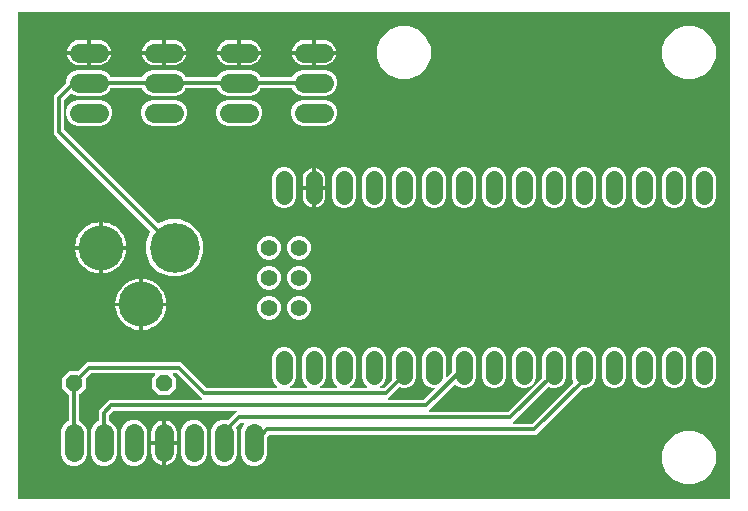
<source format=gtl>
G04 EAGLE Gerber RS-274X export*
G75*
%MOMM*%
%FSLAX34Y34*%
%LPD*%
%INTop Copper*%
%IPPOS*%
%AMOC8*
5,1,8,0,0,1.08239X$1,22.5*%
G01*
%ADD10C,4.216000*%
%ADD11C,3.816000*%
%ADD12C,1.625600*%
%ADD13C,1.409600*%
%ADD14C,1.409600*%
%ADD15P,1.539592X8X202.500000*%
%ADD16C,0.304800*%

G36*
X605556Y346206D02*
X605556Y346206D01*
X605575Y346204D01*
X605677Y346226D01*
X605779Y346242D01*
X605796Y346252D01*
X605816Y346256D01*
X605905Y346309D01*
X605996Y346358D01*
X606010Y346372D01*
X606027Y346382D01*
X606094Y346461D01*
X606166Y346536D01*
X606174Y346554D01*
X606187Y346569D01*
X606226Y346665D01*
X606269Y346759D01*
X606271Y346779D01*
X606279Y346797D01*
X606297Y346964D01*
X606297Y757936D01*
X606294Y757956D01*
X606296Y757975D01*
X606274Y758077D01*
X606258Y758179D01*
X606248Y758196D01*
X606244Y758216D01*
X606191Y758305D01*
X606142Y758396D01*
X606128Y758410D01*
X606118Y758427D01*
X606039Y758494D01*
X605964Y758566D01*
X605946Y758574D01*
X605931Y758587D01*
X605835Y758626D01*
X605741Y758669D01*
X605721Y758671D01*
X605703Y758679D01*
X605536Y758697D01*
X4064Y758697D01*
X4044Y758694D01*
X4025Y758696D01*
X3923Y758674D01*
X3821Y758658D01*
X3804Y758648D01*
X3784Y758644D01*
X3695Y758591D01*
X3604Y758542D01*
X3590Y758528D01*
X3573Y758518D01*
X3506Y758439D01*
X3434Y758364D01*
X3426Y758346D01*
X3413Y758331D01*
X3374Y758235D01*
X3331Y758141D01*
X3329Y758121D01*
X3321Y758103D01*
X3303Y757936D01*
X3303Y346964D01*
X3306Y346944D01*
X3304Y346925D01*
X3326Y346823D01*
X3342Y346721D01*
X3352Y346704D01*
X3356Y346684D01*
X3409Y346595D01*
X3458Y346504D01*
X3472Y346490D01*
X3482Y346473D01*
X3561Y346406D01*
X3636Y346334D01*
X3654Y346326D01*
X3669Y346313D01*
X3765Y346274D01*
X3859Y346231D01*
X3879Y346229D01*
X3897Y346221D01*
X4064Y346203D01*
X605536Y346203D01*
X605556Y346206D01*
G37*
%LPC*%
G36*
X48577Y374395D02*
X48577Y374395D01*
X44469Y376097D01*
X41325Y379241D01*
X39623Y383349D01*
X39623Y404051D01*
X41325Y408159D01*
X44469Y411303D01*
X45757Y411837D01*
X45857Y411899D01*
X45957Y411958D01*
X45961Y411963D01*
X45966Y411966D01*
X46041Y412057D01*
X46117Y412145D01*
X46119Y412151D01*
X46123Y412156D01*
X46165Y412264D01*
X46209Y412373D01*
X46210Y412381D01*
X46211Y412386D01*
X46212Y412404D01*
X46227Y412540D01*
X46227Y434388D01*
X46213Y434478D01*
X46205Y434569D01*
X46193Y434599D01*
X46188Y434631D01*
X46145Y434711D01*
X46109Y434795D01*
X46083Y434827D01*
X46072Y434848D01*
X46049Y434870D01*
X46004Y434926D01*
X40639Y440291D01*
X40639Y448709D01*
X46591Y454661D01*
X54179Y454661D01*
X54269Y454675D01*
X54360Y454683D01*
X54389Y454695D01*
X54421Y454700D01*
X54502Y454743D01*
X54586Y454779D01*
X54618Y454805D01*
X54639Y454816D01*
X54661Y454839D01*
X54717Y454884D01*
X61606Y461773D01*
X141594Y461773D01*
X144496Y458871D01*
X162961Y440406D01*
X163035Y440353D01*
X163105Y440293D01*
X163135Y440281D01*
X163161Y440262D01*
X163248Y440235D01*
X163333Y440201D01*
X163374Y440197D01*
X163396Y440190D01*
X163428Y440191D01*
X163499Y440183D01*
X222457Y440183D01*
X222551Y440198D01*
X222592Y440199D01*
X222604Y440203D01*
X222653Y440208D01*
X222675Y440218D01*
X222700Y440222D01*
X222787Y440269D01*
X222809Y440279D01*
X222823Y440284D01*
X222826Y440286D01*
X222877Y440309D01*
X222895Y440326D01*
X222917Y440338D01*
X222985Y440409D01*
X223057Y440476D01*
X223069Y440498D01*
X223086Y440516D01*
X223128Y440605D01*
X223175Y440692D01*
X223180Y440717D01*
X223190Y440739D01*
X223201Y440837D01*
X223218Y440934D01*
X223214Y440959D01*
X223217Y440983D01*
X223196Y441080D01*
X223181Y441178D01*
X223170Y441200D01*
X223165Y441224D01*
X223114Y441309D01*
X223101Y441333D01*
X223093Y441354D01*
X223087Y441361D01*
X223069Y441396D01*
X223051Y441414D01*
X223039Y441435D01*
X223005Y441464D01*
X222988Y441485D01*
X220040Y444433D01*
X218503Y448144D01*
X218503Y466256D01*
X220040Y469967D01*
X222881Y472808D01*
X226592Y474345D01*
X230608Y474345D01*
X234319Y472808D01*
X237160Y469967D01*
X238697Y466256D01*
X238697Y448144D01*
X237160Y444433D01*
X234249Y441522D01*
X234245Y441519D01*
X234237Y441510D01*
X234212Y441485D01*
X234187Y441450D01*
X234182Y441444D01*
X234114Y441372D01*
X234103Y441350D01*
X234087Y441331D01*
X234071Y441289D01*
X234069Y441286D01*
X234065Y441272D01*
X234052Y441238D01*
X234010Y441149D01*
X234007Y441124D01*
X233998Y441101D01*
X233994Y441002D01*
X233983Y440905D01*
X233988Y440880D01*
X233987Y440856D01*
X234014Y440761D01*
X234035Y440664D01*
X234048Y440643D01*
X234055Y440619D01*
X234111Y440538D01*
X234161Y440453D01*
X234180Y440437D01*
X234194Y440416D01*
X234273Y440357D01*
X234348Y440293D01*
X234371Y440284D01*
X234391Y440269D01*
X234442Y440252D01*
X234448Y440249D01*
X234470Y440243D01*
X234485Y440238D01*
X234576Y440201D01*
X234607Y440198D01*
X234625Y440192D01*
X234658Y440192D01*
X234683Y440189D01*
X234686Y440189D01*
X234689Y440189D01*
X234743Y440183D01*
X247857Y440183D01*
X247951Y440198D01*
X247992Y440199D01*
X248004Y440203D01*
X248053Y440208D01*
X248075Y440218D01*
X248100Y440222D01*
X248187Y440269D01*
X248209Y440279D01*
X248223Y440284D01*
X248226Y440286D01*
X248277Y440309D01*
X248295Y440326D01*
X248317Y440338D01*
X248385Y440409D01*
X248457Y440476D01*
X248469Y440498D01*
X248486Y440516D01*
X248528Y440605D01*
X248575Y440692D01*
X248580Y440717D01*
X248590Y440739D01*
X248601Y440837D01*
X248618Y440934D01*
X248614Y440959D01*
X248617Y440983D01*
X248596Y441080D01*
X248581Y441178D01*
X248570Y441200D01*
X248565Y441224D01*
X248514Y441309D01*
X248501Y441333D01*
X248493Y441354D01*
X248487Y441361D01*
X248469Y441396D01*
X248451Y441414D01*
X248439Y441435D01*
X248405Y441464D01*
X248388Y441485D01*
X245440Y444433D01*
X243903Y448144D01*
X243903Y466256D01*
X245440Y469967D01*
X248281Y472808D01*
X251992Y474345D01*
X256008Y474345D01*
X259719Y472808D01*
X262560Y469967D01*
X264097Y466256D01*
X264097Y448144D01*
X262560Y444433D01*
X259649Y441522D01*
X259645Y441519D01*
X259637Y441510D01*
X259612Y441485D01*
X259587Y441450D01*
X259582Y441444D01*
X259514Y441372D01*
X259503Y441350D01*
X259487Y441331D01*
X259471Y441289D01*
X259469Y441286D01*
X259465Y441272D01*
X259452Y441238D01*
X259410Y441149D01*
X259407Y441124D01*
X259398Y441101D01*
X259394Y441002D01*
X259383Y440905D01*
X259388Y440880D01*
X259387Y440856D01*
X259414Y440761D01*
X259435Y440664D01*
X259448Y440643D01*
X259455Y440619D01*
X259511Y440538D01*
X259561Y440453D01*
X259580Y440437D01*
X259594Y440416D01*
X259673Y440357D01*
X259748Y440293D01*
X259771Y440284D01*
X259791Y440269D01*
X259842Y440252D01*
X259848Y440249D01*
X259870Y440243D01*
X259885Y440238D01*
X259976Y440201D01*
X260007Y440198D01*
X260025Y440192D01*
X260058Y440192D01*
X260083Y440189D01*
X260086Y440189D01*
X260089Y440189D01*
X260143Y440183D01*
X273257Y440183D01*
X273351Y440198D01*
X273392Y440199D01*
X273404Y440203D01*
X273453Y440208D01*
X273475Y440218D01*
X273500Y440222D01*
X273587Y440269D01*
X273609Y440279D01*
X273623Y440284D01*
X273626Y440286D01*
X273677Y440309D01*
X273695Y440326D01*
X273717Y440338D01*
X273785Y440409D01*
X273857Y440476D01*
X273869Y440498D01*
X273886Y440516D01*
X273928Y440605D01*
X273975Y440692D01*
X273980Y440717D01*
X273990Y440739D01*
X274001Y440837D01*
X274018Y440934D01*
X274014Y440959D01*
X274017Y440983D01*
X273996Y441080D01*
X273981Y441178D01*
X273970Y441200D01*
X273965Y441224D01*
X273914Y441309D01*
X273901Y441333D01*
X273893Y441354D01*
X273887Y441361D01*
X273869Y441396D01*
X273851Y441414D01*
X273839Y441435D01*
X273805Y441464D01*
X273788Y441485D01*
X270840Y444433D01*
X269303Y448144D01*
X269303Y466256D01*
X270840Y469967D01*
X273681Y472808D01*
X277392Y474345D01*
X281408Y474345D01*
X285119Y472808D01*
X287960Y469967D01*
X289497Y466256D01*
X289497Y448144D01*
X287960Y444433D01*
X285049Y441522D01*
X285045Y441519D01*
X285037Y441510D01*
X285012Y441485D01*
X284987Y441450D01*
X284982Y441444D01*
X284914Y441372D01*
X284903Y441350D01*
X284887Y441331D01*
X284871Y441289D01*
X284869Y441286D01*
X284865Y441272D01*
X284852Y441238D01*
X284810Y441149D01*
X284807Y441124D01*
X284798Y441101D01*
X284794Y441002D01*
X284783Y440905D01*
X284788Y440880D01*
X284787Y440856D01*
X284814Y440761D01*
X284835Y440664D01*
X284848Y440643D01*
X284855Y440619D01*
X284911Y440538D01*
X284961Y440453D01*
X284980Y440437D01*
X284994Y440416D01*
X285073Y440357D01*
X285148Y440293D01*
X285171Y440284D01*
X285191Y440269D01*
X285242Y440252D01*
X285248Y440249D01*
X285270Y440243D01*
X285285Y440238D01*
X285376Y440201D01*
X285407Y440198D01*
X285425Y440192D01*
X285458Y440192D01*
X285483Y440189D01*
X285486Y440189D01*
X285489Y440189D01*
X285543Y440183D01*
X298657Y440183D01*
X298751Y440198D01*
X298792Y440199D01*
X298804Y440203D01*
X298853Y440208D01*
X298875Y440218D01*
X298900Y440222D01*
X298987Y440269D01*
X299009Y440279D01*
X299023Y440284D01*
X299026Y440286D01*
X299077Y440309D01*
X299095Y440326D01*
X299117Y440338D01*
X299185Y440409D01*
X299257Y440476D01*
X299269Y440498D01*
X299286Y440516D01*
X299328Y440605D01*
X299375Y440692D01*
X299380Y440717D01*
X299390Y440739D01*
X299401Y440837D01*
X299418Y440934D01*
X299414Y440959D01*
X299417Y440983D01*
X299396Y441080D01*
X299381Y441178D01*
X299370Y441200D01*
X299365Y441224D01*
X299314Y441309D01*
X299301Y441333D01*
X299293Y441354D01*
X299287Y441361D01*
X299269Y441396D01*
X299251Y441414D01*
X299239Y441435D01*
X299205Y441464D01*
X299188Y441485D01*
X296240Y444433D01*
X294703Y448144D01*
X294703Y466256D01*
X296240Y469967D01*
X299081Y472808D01*
X302792Y474345D01*
X306808Y474345D01*
X310519Y472808D01*
X313360Y469967D01*
X314897Y466256D01*
X314897Y448144D01*
X313360Y444433D01*
X310449Y441522D01*
X310445Y441519D01*
X310437Y441510D01*
X310412Y441485D01*
X310387Y441450D01*
X310382Y441444D01*
X310314Y441372D01*
X310303Y441350D01*
X310287Y441331D01*
X310271Y441289D01*
X310269Y441286D01*
X310265Y441272D01*
X310252Y441238D01*
X310210Y441149D01*
X310207Y441124D01*
X310198Y441101D01*
X310194Y441002D01*
X310183Y440905D01*
X310188Y440880D01*
X310187Y440856D01*
X310214Y440761D01*
X310235Y440664D01*
X310248Y440643D01*
X310255Y440619D01*
X310311Y440538D01*
X310361Y440453D01*
X310380Y440437D01*
X310394Y440416D01*
X310473Y440357D01*
X310548Y440293D01*
X310571Y440284D01*
X310591Y440269D01*
X310642Y440252D01*
X310648Y440249D01*
X310670Y440243D01*
X310685Y440238D01*
X310776Y440201D01*
X310807Y440198D01*
X310825Y440192D01*
X310858Y440192D01*
X310883Y440189D01*
X310886Y440189D01*
X310889Y440189D01*
X310943Y440183D01*
X312751Y440183D01*
X312841Y440197D01*
X312932Y440205D01*
X312961Y440217D01*
X312993Y440222D01*
X313074Y440265D01*
X313158Y440301D01*
X313190Y440327D01*
X313211Y440338D01*
X313233Y440361D01*
X313289Y440406D01*
X320014Y447131D01*
X320082Y447225D01*
X320152Y447320D01*
X320154Y447326D01*
X320158Y447331D01*
X320192Y447442D01*
X320228Y447554D01*
X320228Y447560D01*
X320230Y447566D01*
X320227Y447682D01*
X320226Y447799D01*
X320224Y447807D01*
X320224Y447812D01*
X320217Y447829D01*
X320179Y447961D01*
X320103Y448144D01*
X320103Y466256D01*
X321640Y469967D01*
X324481Y472808D01*
X328192Y474345D01*
X332208Y474345D01*
X335919Y472808D01*
X338760Y469967D01*
X340297Y466256D01*
X340297Y448144D01*
X338760Y444433D01*
X335919Y441592D01*
X332208Y440055D01*
X328192Y440055D01*
X327021Y440540D01*
X326958Y440555D01*
X326897Y440579D01*
X326827Y440587D01*
X326794Y440595D01*
X326788Y440595D01*
X326782Y440596D01*
X326762Y440594D01*
X326731Y440598D01*
X326730Y440598D01*
X326642Y440583D01*
X326549Y440576D01*
X326543Y440574D01*
X326537Y440573D01*
X326512Y440562D01*
X326487Y440558D01*
X326408Y440516D01*
X326323Y440480D01*
X326317Y440475D01*
X326312Y440473D01*
X326299Y440460D01*
X326290Y440454D01*
X326270Y440443D01*
X326248Y440420D01*
X326192Y440375D01*
X317139Y431322D01*
X317097Y431264D01*
X317048Y431212D01*
X317026Y431165D01*
X316996Y431123D01*
X316974Y431054D01*
X316944Y430989D01*
X316938Y430937D01*
X316923Y430887D01*
X316925Y430816D01*
X316917Y430745D01*
X316928Y430694D01*
X316930Y430642D01*
X316954Y430574D01*
X316969Y430504D01*
X316996Y430460D01*
X317014Y430411D01*
X317059Y430355D01*
X317096Y430293D01*
X317135Y430259D01*
X317168Y430219D01*
X317228Y430180D01*
X317282Y430133D01*
X317331Y430114D01*
X317375Y430086D01*
X317444Y430068D01*
X317511Y430041D01*
X317582Y430033D01*
X317613Y430025D01*
X317636Y430027D01*
X317677Y430023D01*
X347041Y430023D01*
X347131Y430037D01*
X347222Y430045D01*
X347251Y430057D01*
X347283Y430062D01*
X347364Y430105D01*
X347448Y430141D01*
X347480Y430167D01*
X347501Y430178D01*
X347523Y430201D01*
X347579Y430246D01*
X356089Y438756D01*
X356131Y438814D01*
X356180Y438866D01*
X356202Y438913D01*
X356232Y438955D01*
X356254Y439024D01*
X356284Y439089D01*
X356290Y439141D01*
X356305Y439191D01*
X356303Y439262D01*
X356311Y439333D01*
X356300Y439384D01*
X356298Y439436D01*
X356274Y439504D01*
X356259Y439574D01*
X356232Y439618D01*
X356214Y439667D01*
X356169Y439723D01*
X356132Y439785D01*
X356093Y439819D01*
X356060Y439859D01*
X356000Y439898D01*
X355946Y439945D01*
X355897Y439964D01*
X355853Y439992D01*
X355784Y440010D01*
X355717Y440037D01*
X355646Y440045D01*
X355615Y440053D01*
X355592Y440051D01*
X355551Y440055D01*
X353592Y440055D01*
X349881Y441592D01*
X347040Y444433D01*
X345503Y448144D01*
X345503Y466256D01*
X347040Y469967D01*
X349881Y472808D01*
X353592Y474345D01*
X357608Y474345D01*
X361319Y472808D01*
X364160Y469967D01*
X365697Y466256D01*
X365697Y450201D01*
X365708Y450131D01*
X365710Y450059D01*
X365728Y450010D01*
X365736Y449959D01*
X365770Y449895D01*
X365795Y449828D01*
X365827Y449787D01*
X365852Y449741D01*
X365903Y449692D01*
X365948Y449636D01*
X365992Y449608D01*
X366030Y449572D01*
X366095Y449542D01*
X366155Y449503D01*
X366206Y449490D01*
X366253Y449468D01*
X366324Y449460D01*
X366394Y449443D01*
X366446Y449447D01*
X366497Y449441D01*
X366568Y449456D01*
X366639Y449462D01*
X366687Y449482D01*
X366738Y449493D01*
X366799Y449530D01*
X366865Y449558D01*
X366921Y449603D01*
X366949Y449620D01*
X366964Y449637D01*
X366996Y449663D01*
X370680Y453347D01*
X370733Y453421D01*
X370793Y453491D01*
X370805Y453521D01*
X370824Y453547D01*
X370851Y453634D01*
X370885Y453719D01*
X370889Y453760D01*
X370896Y453782D01*
X370895Y453814D01*
X370903Y453885D01*
X370903Y466256D01*
X372440Y469967D01*
X375281Y472808D01*
X378992Y474345D01*
X383008Y474345D01*
X386719Y472808D01*
X389560Y469967D01*
X391097Y466256D01*
X391097Y448144D01*
X389560Y444433D01*
X386719Y441592D01*
X383008Y440055D01*
X378992Y440055D01*
X375281Y441592D01*
X374108Y442765D01*
X374092Y442776D01*
X374080Y442792D01*
X373992Y442848D01*
X373909Y442908D01*
X373890Y442914D01*
X373873Y442925D01*
X373772Y442950D01*
X373673Y442981D01*
X373653Y442980D01*
X373634Y442985D01*
X373531Y442977D01*
X373428Y442974D01*
X373409Y442968D01*
X373389Y442966D01*
X373294Y442926D01*
X373197Y442890D01*
X373181Y442877D01*
X373163Y442870D01*
X373032Y442765D01*
X354046Y423779D01*
X351429Y421162D01*
X351387Y421104D01*
X351338Y421052D01*
X351316Y421005D01*
X351286Y420963D01*
X351264Y420894D01*
X351234Y420829D01*
X351229Y420777D01*
X351213Y420727D01*
X351215Y420656D01*
X351207Y420585D01*
X351218Y420534D01*
X351220Y420482D01*
X351244Y420414D01*
X351259Y420344D01*
X351286Y420299D01*
X351304Y420251D01*
X351349Y420195D01*
X351386Y420133D01*
X351425Y420099D01*
X351458Y420059D01*
X351518Y420020D01*
X351572Y419973D01*
X351621Y419954D01*
X351665Y419926D01*
X351734Y419908D01*
X351801Y419881D01*
X351872Y419873D01*
X351903Y419865D01*
X351926Y419867D01*
X351967Y419863D01*
X418161Y419863D01*
X418251Y419877D01*
X418342Y419885D01*
X418371Y419897D01*
X418403Y419902D01*
X418484Y419945D01*
X418568Y419981D01*
X418600Y420007D01*
X418621Y420018D01*
X418643Y420041D01*
X418699Y420086D01*
X446880Y448267D01*
X446933Y448341D01*
X446993Y448411D01*
X447005Y448441D01*
X447024Y448467D01*
X447051Y448554D01*
X447085Y448639D01*
X447089Y448680D01*
X447096Y448702D01*
X447095Y448734D01*
X447103Y448805D01*
X447103Y466256D01*
X448640Y469967D01*
X451481Y472808D01*
X455192Y474345D01*
X459208Y474345D01*
X462919Y472808D01*
X465760Y469967D01*
X467297Y466256D01*
X467297Y448144D01*
X465760Y444433D01*
X462919Y441592D01*
X459208Y440055D01*
X455192Y440055D01*
X453123Y440912D01*
X453010Y440939D01*
X452896Y440967D01*
X452890Y440967D01*
X452884Y440968D01*
X452767Y440957D01*
X452651Y440948D01*
X452645Y440946D01*
X452639Y440945D01*
X452531Y440897D01*
X452425Y440852D01*
X452419Y440847D01*
X452414Y440845D01*
X452401Y440832D01*
X452294Y440747D01*
X425166Y413619D01*
X422549Y411002D01*
X422507Y410944D01*
X422458Y410892D01*
X422436Y410845D01*
X422406Y410803D01*
X422384Y410734D01*
X422354Y410669D01*
X422349Y410617D01*
X422333Y410567D01*
X422335Y410496D01*
X422327Y410425D01*
X422338Y410374D01*
X422340Y410322D01*
X422364Y410254D01*
X422379Y410184D01*
X422406Y410139D01*
X422424Y410091D01*
X422469Y410035D01*
X422506Y409973D01*
X422545Y409939D01*
X422578Y409899D01*
X422638Y409860D01*
X422692Y409813D01*
X422741Y409794D01*
X422785Y409766D01*
X422854Y409748D01*
X422921Y409721D01*
X422992Y409713D01*
X423023Y409705D01*
X423046Y409707D01*
X423087Y409703D01*
X438481Y409703D01*
X438571Y409717D01*
X438662Y409725D01*
X438691Y409737D01*
X438723Y409742D01*
X438804Y409785D01*
X438888Y409821D01*
X438920Y409847D01*
X438941Y409858D01*
X438963Y409881D01*
X439019Y409926D01*
X473530Y444437D01*
X473598Y444531D01*
X473668Y444626D01*
X473670Y444632D01*
X473674Y444637D01*
X473708Y444747D01*
X473744Y444859D01*
X473744Y444866D01*
X473746Y444872D01*
X473743Y444988D01*
X473742Y445105D01*
X473740Y445113D01*
X473740Y445118D01*
X473733Y445135D01*
X473695Y445266D01*
X472503Y448144D01*
X472503Y466256D01*
X474040Y469967D01*
X476881Y472808D01*
X480592Y474345D01*
X484608Y474345D01*
X488319Y472808D01*
X491160Y469967D01*
X492697Y466256D01*
X492697Y448144D01*
X491160Y444433D01*
X488319Y441592D01*
X484608Y440055D01*
X482397Y440055D01*
X482307Y440041D01*
X482216Y440033D01*
X482187Y440021D01*
X482155Y440016D01*
X482074Y439973D01*
X481990Y439937D01*
X481958Y439911D01*
X481937Y439900D01*
X481915Y439877D01*
X481859Y439832D01*
X445486Y403459D01*
X442584Y400557D01*
X216839Y400557D01*
X216749Y400543D01*
X216658Y400535D01*
X216629Y400523D01*
X216597Y400518D01*
X216516Y400475D01*
X216432Y400439D01*
X216400Y400413D01*
X216379Y400402D01*
X216357Y400379D01*
X216301Y400334D01*
X214600Y398633D01*
X214547Y398559D01*
X214487Y398489D01*
X214475Y398459D01*
X214456Y398433D01*
X214429Y398346D01*
X214395Y398261D01*
X214391Y398220D01*
X214384Y398198D01*
X214385Y398166D01*
X214377Y398095D01*
X214377Y383349D01*
X212675Y379241D01*
X209531Y376097D01*
X205423Y374395D01*
X200977Y374395D01*
X196869Y376097D01*
X193725Y379241D01*
X192023Y383349D01*
X192023Y404051D01*
X193725Y408159D01*
X194983Y409418D01*
X195025Y409476D01*
X195075Y409528D01*
X195097Y409575D01*
X195127Y409617D01*
X195148Y409686D01*
X195178Y409751D01*
X195184Y409803D01*
X195199Y409853D01*
X195197Y409924D01*
X195205Y409995D01*
X195194Y410046D01*
X195193Y410098D01*
X195168Y410166D01*
X195153Y410236D01*
X195126Y410281D01*
X195109Y410329D01*
X195064Y410385D01*
X195027Y410447D01*
X194987Y410481D01*
X194955Y410521D01*
X194895Y410560D01*
X194840Y410607D01*
X194792Y410626D01*
X194748Y410654D01*
X194678Y410672D01*
X194612Y410699D01*
X194541Y410707D01*
X194509Y410715D01*
X194486Y410713D01*
X194445Y410717D01*
X192709Y410717D01*
X192619Y410703D01*
X192528Y410695D01*
X192499Y410683D01*
X192467Y410678D01*
X192386Y410635D01*
X192302Y410599D01*
X192270Y410573D01*
X192249Y410562D01*
X192227Y410539D01*
X192171Y410494D01*
X188385Y406708D01*
X188317Y406614D01*
X188247Y406519D01*
X188245Y406513D01*
X188241Y406508D01*
X188207Y406397D01*
X188171Y406286D01*
X188171Y406279D01*
X188169Y406273D01*
X188172Y406156D01*
X188173Y406040D01*
X188175Y406032D01*
X188175Y406027D01*
X188182Y406010D01*
X188220Y405878D01*
X188977Y404051D01*
X188977Y383349D01*
X187275Y379241D01*
X184131Y376097D01*
X180023Y374395D01*
X175577Y374395D01*
X171469Y376097D01*
X168325Y379241D01*
X166623Y383349D01*
X166623Y404051D01*
X168325Y408159D01*
X171469Y411303D01*
X175577Y413005D01*
X180023Y413005D01*
X180773Y412694D01*
X180886Y412668D01*
X181000Y412639D01*
X181006Y412639D01*
X181012Y412638D01*
X181129Y412649D01*
X181245Y412658D01*
X181251Y412661D01*
X181257Y412661D01*
X181365Y412709D01*
X181471Y412754D01*
X181477Y412759D01*
X181482Y412761D01*
X181496Y412774D01*
X181602Y412859D01*
X185704Y416961D01*
X188321Y419578D01*
X188363Y419636D01*
X188412Y419688D01*
X188434Y419735D01*
X188464Y419777D01*
X188486Y419846D01*
X188516Y419911D01*
X188521Y419963D01*
X188537Y420013D01*
X188535Y420084D01*
X188543Y420155D01*
X188532Y420206D01*
X188530Y420258D01*
X188506Y420326D01*
X188491Y420396D01*
X188464Y420441D01*
X188446Y420489D01*
X188401Y420545D01*
X188364Y420607D01*
X188325Y420641D01*
X188292Y420681D01*
X188232Y420720D01*
X188178Y420767D01*
X188129Y420786D01*
X188085Y420814D01*
X188016Y420832D01*
X187949Y420859D01*
X187878Y420867D01*
X187847Y420875D01*
X187824Y420873D01*
X187783Y420877D01*
X84759Y420877D01*
X84669Y420863D01*
X84578Y420855D01*
X84549Y420843D01*
X84517Y420838D01*
X84436Y420795D01*
X84352Y420759D01*
X84320Y420733D01*
X84299Y420722D01*
X84277Y420699D01*
X84221Y420654D01*
X80996Y417429D01*
X80943Y417355D01*
X80883Y417285D01*
X80871Y417255D01*
X80852Y417229D01*
X80825Y417142D01*
X80791Y417057D01*
X80787Y417016D01*
X80780Y416994D01*
X80781Y416962D01*
X80773Y416891D01*
X80773Y412540D01*
X80792Y412425D01*
X80809Y412309D01*
X80811Y412304D01*
X80812Y412297D01*
X80867Y412195D01*
X80920Y412090D01*
X80925Y412086D01*
X80928Y412080D01*
X81012Y412000D01*
X81096Y411918D01*
X81102Y411914D01*
X81106Y411911D01*
X81123Y411903D01*
X81243Y411837D01*
X82531Y411303D01*
X85675Y408159D01*
X87377Y404051D01*
X87377Y383349D01*
X85675Y379241D01*
X82531Y376097D01*
X78423Y374395D01*
X73977Y374395D01*
X69869Y376097D01*
X66725Y379241D01*
X65023Y383349D01*
X65023Y404051D01*
X66725Y408159D01*
X69869Y411303D01*
X71157Y411837D01*
X71257Y411899D01*
X71357Y411958D01*
X71361Y411963D01*
X71366Y411966D01*
X71441Y412057D01*
X71517Y412145D01*
X71519Y412151D01*
X71523Y412156D01*
X71565Y412264D01*
X71609Y412373D01*
X71610Y412381D01*
X71611Y412386D01*
X71612Y412404D01*
X71627Y412540D01*
X71627Y420994D01*
X80656Y430023D01*
X158573Y430023D01*
X158643Y430034D01*
X158715Y430036D01*
X158764Y430054D01*
X158815Y430062D01*
X158879Y430096D01*
X158946Y430121D01*
X158987Y430153D01*
X159033Y430178D01*
X159082Y430230D01*
X159138Y430274D01*
X159166Y430318D01*
X159202Y430356D01*
X159232Y430421D01*
X159271Y430481D01*
X159284Y430532D01*
X159306Y430579D01*
X159314Y430650D01*
X159331Y430720D01*
X159327Y430772D01*
X159333Y430823D01*
X159318Y430894D01*
X159312Y430965D01*
X159292Y431013D01*
X159281Y431064D01*
X159244Y431125D01*
X159216Y431191D01*
X159171Y431247D01*
X159154Y431275D01*
X159137Y431290D01*
X159111Y431322D01*
X156494Y433939D01*
X138029Y452404D01*
X137955Y452457D01*
X137885Y452517D01*
X137855Y452529D01*
X137829Y452548D01*
X137742Y452575D01*
X137657Y452609D01*
X137616Y452613D01*
X137594Y452620D01*
X137562Y452619D01*
X137491Y452627D01*
X135080Y452627D01*
X135009Y452616D01*
X134938Y452614D01*
X134889Y452596D01*
X134837Y452588D01*
X134774Y452554D01*
X134707Y452529D01*
X134666Y452497D01*
X134620Y452472D01*
X134570Y452420D01*
X134514Y452376D01*
X134486Y452332D01*
X134450Y452294D01*
X134420Y452229D01*
X134381Y452169D01*
X134369Y452118D01*
X134347Y452071D01*
X134339Y452000D01*
X134321Y451930D01*
X134325Y451878D01*
X134320Y451827D01*
X134335Y451756D01*
X134341Y451685D01*
X134361Y451637D01*
X134372Y451586D01*
X134409Y451525D01*
X134437Y451459D01*
X134482Y451403D01*
X134498Y451375D01*
X134516Y451360D01*
X134542Y451328D01*
X137161Y448709D01*
X137161Y440291D01*
X131209Y434339D01*
X122791Y434339D01*
X116839Y440291D01*
X116839Y448709D01*
X119458Y451328D01*
X119500Y451386D01*
X119550Y451438D01*
X119571Y451485D01*
X119602Y451527D01*
X119623Y451596D01*
X119653Y451661D01*
X119659Y451713D01*
X119674Y451763D01*
X119672Y451834D01*
X119680Y451905D01*
X119669Y451956D01*
X119668Y452008D01*
X119643Y452076D01*
X119628Y452146D01*
X119601Y452191D01*
X119583Y452239D01*
X119539Y452295D01*
X119502Y452357D01*
X119462Y452391D01*
X119430Y452431D01*
X119369Y452470D01*
X119315Y452517D01*
X119267Y452536D01*
X119223Y452564D01*
X119153Y452582D01*
X119087Y452609D01*
X119015Y452617D01*
X118984Y452625D01*
X118961Y452623D01*
X118920Y452627D01*
X65709Y452627D01*
X65619Y452613D01*
X65528Y452605D01*
X65499Y452593D01*
X65467Y452588D01*
X65386Y452545D01*
X65302Y452509D01*
X65270Y452483D01*
X65249Y452472D01*
X65227Y452449D01*
X65171Y452404D01*
X61184Y448417D01*
X61131Y448343D01*
X61071Y448273D01*
X61059Y448243D01*
X61040Y448217D01*
X61013Y448130D01*
X60979Y448045D01*
X60975Y448004D01*
X60968Y447982D01*
X60969Y447950D01*
X60961Y447879D01*
X60961Y440291D01*
X55596Y434926D01*
X55543Y434852D01*
X55483Y434783D01*
X55471Y434753D01*
X55452Y434727D01*
X55425Y434640D01*
X55391Y434555D01*
X55387Y434514D01*
X55380Y434491D01*
X55381Y434459D01*
X55373Y434388D01*
X55373Y412540D01*
X55392Y412425D01*
X55409Y412309D01*
X55411Y412304D01*
X55412Y412297D01*
X55467Y412195D01*
X55520Y412090D01*
X55525Y412086D01*
X55528Y412080D01*
X55612Y412000D01*
X55696Y411918D01*
X55702Y411914D01*
X55706Y411911D01*
X55723Y411903D01*
X55843Y411837D01*
X57131Y411303D01*
X60275Y408159D01*
X61977Y404051D01*
X61977Y383349D01*
X60275Y379241D01*
X57131Y376097D01*
X53023Y374395D01*
X48577Y374395D01*
G37*
%LPD*%
%LPC*%
G36*
X131200Y534671D02*
X131200Y534671D01*
X122332Y538345D01*
X115545Y545132D01*
X111871Y554000D01*
X111871Y563600D01*
X115444Y572225D01*
X115471Y572338D01*
X115499Y572452D01*
X115499Y572458D01*
X115500Y572464D01*
X115489Y572581D01*
X115480Y572697D01*
X115478Y572703D01*
X115477Y572709D01*
X115429Y572817D01*
X115384Y572923D01*
X115379Y572929D01*
X115377Y572934D01*
X115364Y572948D01*
X115279Y573054D01*
X36429Y651904D01*
X33527Y654806D01*
X33527Y687694D01*
X43972Y698139D01*
X44017Y698201D01*
X44048Y698233D01*
X44053Y698246D01*
X44085Y698283D01*
X44097Y698313D01*
X44116Y698339D01*
X44143Y698426D01*
X44177Y698511D01*
X44181Y698552D01*
X44188Y698574D01*
X44187Y698606D01*
X44195Y698677D01*
X44195Y700723D01*
X45897Y704831D01*
X49041Y707975D01*
X53149Y709677D01*
X73851Y709677D01*
X77959Y707975D01*
X81103Y704831D01*
X81637Y703543D01*
X81699Y703442D01*
X81758Y703343D01*
X81763Y703339D01*
X81766Y703334D01*
X81857Y703259D01*
X81945Y703183D01*
X81951Y703181D01*
X81956Y703177D01*
X82064Y703135D01*
X82173Y703091D01*
X82181Y703090D01*
X82186Y703089D01*
X82204Y703088D01*
X82340Y703073D01*
X108160Y703073D01*
X108275Y703092D01*
X108391Y703109D01*
X108396Y703111D01*
X108403Y703112D01*
X108505Y703167D01*
X108610Y703220D01*
X108614Y703225D01*
X108620Y703228D01*
X108700Y703312D01*
X108782Y703396D01*
X108786Y703402D01*
X108789Y703406D01*
X108797Y703423D01*
X108863Y703543D01*
X109397Y704831D01*
X112541Y707975D01*
X116649Y709677D01*
X137351Y709677D01*
X141459Y707975D01*
X144603Y704831D01*
X145137Y703543D01*
X145199Y703442D01*
X145258Y703343D01*
X145263Y703339D01*
X145266Y703334D01*
X145357Y703259D01*
X145445Y703183D01*
X145451Y703181D01*
X145456Y703177D01*
X145564Y703135D01*
X145673Y703091D01*
X145681Y703090D01*
X145686Y703089D01*
X145704Y703088D01*
X145840Y703073D01*
X171660Y703073D01*
X171775Y703092D01*
X171891Y703109D01*
X171896Y703111D01*
X171903Y703112D01*
X172005Y703167D01*
X172110Y703220D01*
X172114Y703225D01*
X172120Y703228D01*
X172200Y703312D01*
X172282Y703396D01*
X172286Y703402D01*
X172289Y703406D01*
X172297Y703423D01*
X172363Y703543D01*
X172897Y704831D01*
X176041Y707975D01*
X180149Y709677D01*
X200851Y709677D01*
X204959Y707975D01*
X208103Y704831D01*
X208637Y703543D01*
X208699Y703442D01*
X208758Y703343D01*
X208763Y703339D01*
X208766Y703334D01*
X208857Y703259D01*
X208945Y703183D01*
X208951Y703181D01*
X208956Y703177D01*
X209064Y703135D01*
X209173Y703091D01*
X209181Y703090D01*
X209186Y703089D01*
X209204Y703088D01*
X209340Y703073D01*
X235160Y703073D01*
X235275Y703092D01*
X235391Y703109D01*
X235396Y703111D01*
X235403Y703112D01*
X235505Y703167D01*
X235610Y703220D01*
X235614Y703225D01*
X235620Y703228D01*
X235700Y703312D01*
X235782Y703396D01*
X235786Y703402D01*
X235789Y703406D01*
X235797Y703423D01*
X235863Y703543D01*
X236397Y704831D01*
X239541Y707975D01*
X243649Y709677D01*
X264351Y709677D01*
X268459Y707975D01*
X271603Y704831D01*
X273305Y700723D01*
X273305Y696277D01*
X271603Y692169D01*
X268459Y689025D01*
X264351Y687323D01*
X243649Y687323D01*
X239541Y689025D01*
X236397Y692169D01*
X235863Y693457D01*
X235801Y693557D01*
X235742Y693657D01*
X235737Y693661D01*
X235734Y693666D01*
X235643Y693741D01*
X235555Y693817D01*
X235549Y693819D01*
X235544Y693823D01*
X235436Y693865D01*
X235327Y693909D01*
X235319Y693910D01*
X235314Y693911D01*
X235296Y693912D01*
X235160Y693927D01*
X209340Y693927D01*
X209225Y693908D01*
X209109Y693891D01*
X209104Y693889D01*
X209097Y693888D01*
X208995Y693833D01*
X208890Y693780D01*
X208886Y693775D01*
X208880Y693772D01*
X208800Y693688D01*
X208718Y693604D01*
X208714Y693598D01*
X208711Y693594D01*
X208703Y693577D01*
X208637Y693457D01*
X208103Y692169D01*
X204959Y689025D01*
X200851Y687323D01*
X180149Y687323D01*
X176041Y689025D01*
X172897Y692169D01*
X172363Y693457D01*
X172301Y693557D01*
X172242Y693657D01*
X172237Y693661D01*
X172234Y693666D01*
X172143Y693741D01*
X172055Y693817D01*
X172049Y693819D01*
X172044Y693823D01*
X171936Y693865D01*
X171827Y693909D01*
X171819Y693910D01*
X171814Y693911D01*
X171796Y693912D01*
X171660Y693927D01*
X145840Y693927D01*
X145725Y693908D01*
X145609Y693891D01*
X145604Y693889D01*
X145597Y693888D01*
X145495Y693833D01*
X145390Y693780D01*
X145386Y693775D01*
X145380Y693772D01*
X145300Y693688D01*
X145218Y693604D01*
X145214Y693598D01*
X145211Y693594D01*
X145203Y693577D01*
X145137Y693457D01*
X144603Y692169D01*
X141459Y689025D01*
X137351Y687323D01*
X116649Y687323D01*
X112541Y689025D01*
X109397Y692169D01*
X108863Y693457D01*
X108801Y693557D01*
X108742Y693657D01*
X108737Y693661D01*
X108734Y693666D01*
X108643Y693741D01*
X108555Y693817D01*
X108549Y693819D01*
X108544Y693823D01*
X108436Y693865D01*
X108327Y693909D01*
X108319Y693910D01*
X108314Y693911D01*
X108296Y693912D01*
X108160Y693927D01*
X82340Y693927D01*
X82225Y693908D01*
X82109Y693891D01*
X82104Y693889D01*
X82097Y693888D01*
X81995Y693833D01*
X81890Y693780D01*
X81886Y693775D01*
X81880Y693772D01*
X81800Y693688D01*
X81718Y693604D01*
X81714Y693598D01*
X81711Y693594D01*
X81703Y693577D01*
X81637Y693457D01*
X81103Y692169D01*
X77959Y689025D01*
X73851Y687323D01*
X53149Y687323D01*
X49041Y689025D01*
X48955Y689111D01*
X48938Y689123D01*
X48926Y689138D01*
X48839Y689194D01*
X48755Y689255D01*
X48736Y689261D01*
X48719Y689271D01*
X48619Y689297D01*
X48520Y689327D01*
X48500Y689327D01*
X48480Y689331D01*
X48377Y689323D01*
X48274Y689321D01*
X48255Y689314D01*
X48235Y689312D01*
X48140Y689272D01*
X48043Y689236D01*
X48027Y689224D01*
X48009Y689216D01*
X47878Y689111D01*
X42896Y684129D01*
X42843Y684055D01*
X42783Y683985D01*
X42771Y683955D01*
X42752Y683929D01*
X42725Y683842D01*
X42691Y683757D01*
X42687Y683716D01*
X42680Y683694D01*
X42681Y683662D01*
X42673Y683591D01*
X42673Y658909D01*
X42687Y658819D01*
X42695Y658728D01*
X42707Y658699D01*
X42712Y658667D01*
X42755Y658586D01*
X42791Y658502D01*
X42817Y658470D01*
X42828Y658449D01*
X42851Y658427D01*
X42896Y658371D01*
X121746Y579521D01*
X121840Y579454D01*
X121934Y579383D01*
X121940Y579381D01*
X121945Y579378D01*
X122056Y579343D01*
X122168Y579307D01*
X122175Y579307D01*
X122181Y579305D01*
X122297Y579308D01*
X122414Y579309D01*
X122421Y579311D01*
X122426Y579312D01*
X122444Y579318D01*
X122575Y579356D01*
X131200Y582929D01*
X140800Y582929D01*
X149668Y579255D01*
X156455Y572468D01*
X160129Y563600D01*
X160129Y554000D01*
X156455Y545132D01*
X149668Y538345D01*
X140800Y534671D01*
X131200Y534671D01*
G37*
%LPD*%
%LPC*%
G36*
X567016Y358459D02*
X567016Y358459D01*
X558732Y361891D01*
X552391Y368232D01*
X548959Y376516D01*
X548959Y385484D01*
X552391Y393768D01*
X558732Y400109D01*
X567016Y403541D01*
X575984Y403541D01*
X584268Y400109D01*
X590609Y393768D01*
X594041Y385484D01*
X594041Y376516D01*
X590609Y368232D01*
X584268Y361891D01*
X575984Y358459D01*
X567016Y358459D01*
G37*
%LPD*%
%LPC*%
G36*
X325716Y701359D02*
X325716Y701359D01*
X317432Y704791D01*
X311091Y711132D01*
X307659Y719416D01*
X307659Y728384D01*
X311091Y736668D01*
X317432Y743009D01*
X325716Y746441D01*
X334684Y746441D01*
X342968Y743009D01*
X349309Y736668D01*
X352741Y728384D01*
X352741Y719416D01*
X349309Y711132D01*
X342968Y704791D01*
X334684Y701359D01*
X325716Y701359D01*
G37*
%LPD*%
%LPC*%
G36*
X567016Y701359D02*
X567016Y701359D01*
X558732Y704791D01*
X552391Y711132D01*
X548959Y719416D01*
X548959Y728384D01*
X552391Y736668D01*
X558732Y743009D01*
X567016Y746441D01*
X575984Y746441D01*
X584268Y743009D01*
X590609Y736668D01*
X594041Y728384D01*
X594041Y719416D01*
X590609Y711132D01*
X584268Y704791D01*
X575984Y701359D01*
X567016Y701359D01*
G37*
%LPD*%
%LPC*%
G36*
X150177Y374395D02*
X150177Y374395D01*
X146069Y376097D01*
X142925Y379241D01*
X141223Y383349D01*
X141223Y404051D01*
X142925Y408159D01*
X146069Y411303D01*
X150177Y413005D01*
X154623Y413005D01*
X158731Y411303D01*
X161875Y408159D01*
X163577Y404051D01*
X163577Y383349D01*
X161875Y379241D01*
X158731Y376097D01*
X154623Y374395D01*
X150177Y374395D01*
G37*
%LPD*%
%LPC*%
G36*
X99377Y374395D02*
X99377Y374395D01*
X95269Y376097D01*
X92125Y379241D01*
X90423Y383349D01*
X90423Y404051D01*
X92125Y408159D01*
X95269Y411303D01*
X99377Y413005D01*
X103823Y413005D01*
X107931Y411303D01*
X111075Y408159D01*
X112777Y404051D01*
X112777Y383349D01*
X111075Y379241D01*
X107931Y376097D01*
X103823Y374395D01*
X99377Y374395D01*
G37*
%LPD*%
%LPC*%
G36*
X116649Y661923D02*
X116649Y661923D01*
X112541Y663625D01*
X109397Y666769D01*
X107695Y670877D01*
X107695Y675323D01*
X109397Y679431D01*
X112541Y682575D01*
X116649Y684277D01*
X137351Y684277D01*
X141459Y682575D01*
X144603Y679431D01*
X146305Y675323D01*
X146305Y670877D01*
X144603Y666769D01*
X141459Y663625D01*
X137351Y661923D01*
X116649Y661923D01*
G37*
%LPD*%
%LPC*%
G36*
X180149Y661923D02*
X180149Y661923D01*
X176041Y663625D01*
X172897Y666769D01*
X171195Y670877D01*
X171195Y675323D01*
X172897Y679431D01*
X176041Y682575D01*
X180149Y684277D01*
X200851Y684277D01*
X204959Y682575D01*
X208103Y679431D01*
X209805Y675323D01*
X209805Y670877D01*
X208103Y666769D01*
X204959Y663625D01*
X200851Y661923D01*
X180149Y661923D01*
G37*
%LPD*%
%LPC*%
G36*
X243649Y661923D02*
X243649Y661923D01*
X239541Y663625D01*
X236397Y666769D01*
X234695Y670877D01*
X234695Y675323D01*
X236397Y679431D01*
X239541Y682575D01*
X243649Y684277D01*
X264351Y684277D01*
X268459Y682575D01*
X271603Y679431D01*
X273305Y675323D01*
X273305Y670877D01*
X271603Y666769D01*
X268459Y663625D01*
X264351Y661923D01*
X243649Y661923D01*
G37*
%LPD*%
%LPC*%
G36*
X53149Y661923D02*
X53149Y661923D01*
X49041Y663625D01*
X45897Y666769D01*
X44195Y670877D01*
X44195Y675323D01*
X45897Y679431D01*
X49041Y682575D01*
X53149Y684277D01*
X73851Y684277D01*
X77959Y682575D01*
X81103Y679431D01*
X82805Y675323D01*
X82805Y670877D01*
X81103Y666769D01*
X77959Y663625D01*
X73851Y661923D01*
X53149Y661923D01*
G37*
%LPD*%
%LPC*%
G36*
X302792Y592455D02*
X302792Y592455D01*
X299081Y593992D01*
X296240Y596833D01*
X294703Y600544D01*
X294703Y618656D01*
X296240Y622367D01*
X299081Y625208D01*
X302792Y626745D01*
X306808Y626745D01*
X310519Y625208D01*
X313360Y622367D01*
X314897Y618656D01*
X314897Y600544D01*
X313360Y596833D01*
X310519Y593992D01*
X306808Y592455D01*
X302792Y592455D01*
G37*
%LPD*%
%LPC*%
G36*
X277392Y592455D02*
X277392Y592455D01*
X273681Y593992D01*
X270840Y596833D01*
X269303Y600544D01*
X269303Y618656D01*
X270840Y622367D01*
X273681Y625208D01*
X277392Y626745D01*
X281408Y626745D01*
X285119Y625208D01*
X287960Y622367D01*
X289497Y618656D01*
X289497Y600544D01*
X287960Y596833D01*
X285119Y593992D01*
X281408Y592455D01*
X277392Y592455D01*
G37*
%LPD*%
%LPC*%
G36*
X582192Y440055D02*
X582192Y440055D01*
X578481Y441592D01*
X575640Y444433D01*
X574103Y448144D01*
X574103Y466256D01*
X575640Y469967D01*
X578481Y472808D01*
X582192Y474345D01*
X586208Y474345D01*
X589919Y472808D01*
X592760Y469967D01*
X594297Y466256D01*
X594297Y448144D01*
X592760Y444433D01*
X589919Y441592D01*
X586208Y440055D01*
X582192Y440055D01*
G37*
%LPD*%
%LPC*%
G36*
X404392Y440055D02*
X404392Y440055D01*
X400681Y441592D01*
X397840Y444433D01*
X396303Y448144D01*
X396303Y466256D01*
X397840Y469967D01*
X400681Y472808D01*
X404392Y474345D01*
X408408Y474345D01*
X412119Y472808D01*
X414960Y469967D01*
X416497Y466256D01*
X416497Y448144D01*
X414960Y444433D01*
X412119Y441592D01*
X408408Y440055D01*
X404392Y440055D01*
G37*
%LPD*%
%LPC*%
G36*
X531392Y440055D02*
X531392Y440055D01*
X527681Y441592D01*
X524840Y444433D01*
X523303Y448144D01*
X523303Y466256D01*
X524840Y469967D01*
X527681Y472808D01*
X531392Y474345D01*
X535408Y474345D01*
X539119Y472808D01*
X541960Y469967D01*
X543497Y466256D01*
X543497Y448144D01*
X541960Y444433D01*
X539119Y441592D01*
X535408Y440055D01*
X531392Y440055D01*
G37*
%LPD*%
%LPC*%
G36*
X505992Y440055D02*
X505992Y440055D01*
X502281Y441592D01*
X499440Y444433D01*
X497903Y448144D01*
X497903Y466256D01*
X499440Y469967D01*
X502281Y472808D01*
X505992Y474345D01*
X510008Y474345D01*
X513719Y472808D01*
X516560Y469967D01*
X518097Y466256D01*
X518097Y448144D01*
X516560Y444433D01*
X513719Y441592D01*
X510008Y440055D01*
X505992Y440055D01*
G37*
%LPD*%
%LPC*%
G36*
X429792Y440055D02*
X429792Y440055D01*
X426081Y441592D01*
X423240Y444433D01*
X421703Y448144D01*
X421703Y466256D01*
X423240Y469967D01*
X426081Y472808D01*
X429792Y474345D01*
X433808Y474345D01*
X437519Y472808D01*
X440360Y469967D01*
X441897Y466256D01*
X441897Y448144D01*
X440360Y444433D01*
X437519Y441592D01*
X433808Y440055D01*
X429792Y440055D01*
G37*
%LPD*%
%LPC*%
G36*
X226592Y592455D02*
X226592Y592455D01*
X222881Y593992D01*
X220040Y596833D01*
X218503Y600544D01*
X218503Y618656D01*
X220040Y622367D01*
X222881Y625208D01*
X226592Y626745D01*
X230608Y626745D01*
X234319Y625208D01*
X237160Y622367D01*
X238697Y618656D01*
X238697Y600544D01*
X237160Y596833D01*
X234319Y593992D01*
X230608Y592455D01*
X226592Y592455D01*
G37*
%LPD*%
%LPC*%
G36*
X556792Y440055D02*
X556792Y440055D01*
X553081Y441592D01*
X550240Y444433D01*
X548703Y448144D01*
X548703Y466256D01*
X550240Y469967D01*
X553081Y472808D01*
X556792Y474345D01*
X560808Y474345D01*
X564519Y472808D01*
X567360Y469967D01*
X568897Y466256D01*
X568897Y448144D01*
X567360Y444433D01*
X564519Y441592D01*
X560808Y440055D01*
X556792Y440055D01*
G37*
%LPD*%
%LPC*%
G36*
X328192Y592455D02*
X328192Y592455D01*
X324481Y593992D01*
X321640Y596833D01*
X320103Y600544D01*
X320103Y618656D01*
X321640Y622367D01*
X324481Y625208D01*
X328192Y626745D01*
X332208Y626745D01*
X335919Y625208D01*
X338760Y622367D01*
X340297Y618656D01*
X340297Y600544D01*
X338760Y596833D01*
X335919Y593992D01*
X332208Y592455D01*
X328192Y592455D01*
G37*
%LPD*%
%LPC*%
G36*
X353592Y592455D02*
X353592Y592455D01*
X349881Y593992D01*
X347040Y596833D01*
X345503Y600544D01*
X345503Y618656D01*
X347040Y622367D01*
X349881Y625208D01*
X353592Y626745D01*
X357608Y626745D01*
X361319Y625208D01*
X364160Y622367D01*
X365697Y618656D01*
X365697Y600544D01*
X364160Y596833D01*
X361319Y593992D01*
X357608Y592455D01*
X353592Y592455D01*
G37*
%LPD*%
%LPC*%
G36*
X378992Y592455D02*
X378992Y592455D01*
X375281Y593992D01*
X372440Y596833D01*
X370903Y600544D01*
X370903Y618656D01*
X372440Y622367D01*
X375281Y625208D01*
X378992Y626745D01*
X383008Y626745D01*
X386719Y625208D01*
X389560Y622367D01*
X391097Y618656D01*
X391097Y600544D01*
X389560Y596833D01*
X386719Y593992D01*
X383008Y592455D01*
X378992Y592455D01*
G37*
%LPD*%
%LPC*%
G36*
X404392Y592455D02*
X404392Y592455D01*
X400681Y593992D01*
X397840Y596833D01*
X396303Y600544D01*
X396303Y618656D01*
X397840Y622367D01*
X400681Y625208D01*
X404392Y626745D01*
X408408Y626745D01*
X412119Y625208D01*
X414960Y622367D01*
X416497Y618656D01*
X416497Y600544D01*
X414960Y596833D01*
X412119Y593992D01*
X408408Y592455D01*
X404392Y592455D01*
G37*
%LPD*%
%LPC*%
G36*
X429792Y592455D02*
X429792Y592455D01*
X426081Y593992D01*
X423240Y596833D01*
X421703Y600544D01*
X421703Y618656D01*
X423240Y622367D01*
X426081Y625208D01*
X429792Y626745D01*
X433808Y626745D01*
X437519Y625208D01*
X440360Y622367D01*
X441897Y618656D01*
X441897Y600544D01*
X440360Y596833D01*
X437519Y593992D01*
X433808Y592455D01*
X429792Y592455D01*
G37*
%LPD*%
%LPC*%
G36*
X455192Y592455D02*
X455192Y592455D01*
X451481Y593992D01*
X448640Y596833D01*
X447103Y600544D01*
X447103Y618656D01*
X448640Y622367D01*
X451481Y625208D01*
X455192Y626745D01*
X459208Y626745D01*
X462919Y625208D01*
X465760Y622367D01*
X467297Y618656D01*
X467297Y600544D01*
X465760Y596833D01*
X462919Y593992D01*
X459208Y592455D01*
X455192Y592455D01*
G37*
%LPD*%
%LPC*%
G36*
X531392Y592455D02*
X531392Y592455D01*
X527681Y593992D01*
X524840Y596833D01*
X523303Y600544D01*
X523303Y618656D01*
X524840Y622367D01*
X527681Y625208D01*
X531392Y626745D01*
X535408Y626745D01*
X539119Y625208D01*
X541960Y622367D01*
X543497Y618656D01*
X543497Y600544D01*
X541960Y596833D01*
X539119Y593992D01*
X535408Y592455D01*
X531392Y592455D01*
G37*
%LPD*%
%LPC*%
G36*
X505992Y592455D02*
X505992Y592455D01*
X502281Y593992D01*
X499440Y596833D01*
X497903Y600544D01*
X497903Y618656D01*
X499440Y622367D01*
X502281Y625208D01*
X505992Y626745D01*
X510008Y626745D01*
X513719Y625208D01*
X516560Y622367D01*
X518097Y618656D01*
X518097Y600544D01*
X516560Y596833D01*
X513719Y593992D01*
X510008Y592455D01*
X505992Y592455D01*
G37*
%LPD*%
%LPC*%
G36*
X480592Y592455D02*
X480592Y592455D01*
X476881Y593992D01*
X474040Y596833D01*
X472503Y600544D01*
X472503Y618656D01*
X474040Y622367D01*
X476881Y625208D01*
X480592Y626745D01*
X484608Y626745D01*
X488319Y625208D01*
X491160Y622367D01*
X492697Y618656D01*
X492697Y600544D01*
X491160Y596833D01*
X488319Y593992D01*
X484608Y592455D01*
X480592Y592455D01*
G37*
%LPD*%
%LPC*%
G36*
X582192Y592455D02*
X582192Y592455D01*
X578481Y593992D01*
X575640Y596833D01*
X574103Y600544D01*
X574103Y618656D01*
X575640Y622367D01*
X578481Y625208D01*
X582192Y626745D01*
X586208Y626745D01*
X589919Y625208D01*
X592760Y622367D01*
X594297Y618656D01*
X594297Y600544D01*
X592760Y596833D01*
X589919Y593992D01*
X586208Y592455D01*
X582192Y592455D01*
G37*
%LPD*%
%LPC*%
G36*
X556792Y592455D02*
X556792Y592455D01*
X553081Y593992D01*
X550240Y596833D01*
X548703Y600544D01*
X548703Y618656D01*
X550240Y622367D01*
X553081Y625208D01*
X556792Y626745D01*
X560808Y626745D01*
X564519Y625208D01*
X567360Y622367D01*
X568897Y618656D01*
X568897Y600544D01*
X567360Y596833D01*
X564519Y593992D01*
X560808Y592455D01*
X556792Y592455D01*
G37*
%LPD*%
%LPC*%
G36*
X239292Y548703D02*
X239292Y548703D01*
X235581Y550240D01*
X232740Y553081D01*
X231203Y556792D01*
X231203Y560808D01*
X232740Y564519D01*
X235581Y567360D01*
X239292Y568897D01*
X243308Y568897D01*
X247019Y567360D01*
X249860Y564519D01*
X251397Y560808D01*
X251397Y556792D01*
X249860Y553081D01*
X247019Y550240D01*
X243308Y548703D01*
X239292Y548703D01*
G37*
%LPD*%
%LPC*%
G36*
X213892Y548703D02*
X213892Y548703D01*
X210181Y550240D01*
X207340Y553081D01*
X205803Y556792D01*
X205803Y560808D01*
X207340Y564519D01*
X210181Y567360D01*
X213892Y568897D01*
X217908Y568897D01*
X221619Y567360D01*
X224460Y564519D01*
X225997Y560808D01*
X225997Y556792D01*
X224460Y553081D01*
X221619Y550240D01*
X217908Y548703D01*
X213892Y548703D01*
G37*
%LPD*%
%LPC*%
G36*
X239292Y523303D02*
X239292Y523303D01*
X235581Y524840D01*
X232740Y527681D01*
X231203Y531392D01*
X231203Y535408D01*
X232740Y539119D01*
X235581Y541960D01*
X239292Y543497D01*
X243308Y543497D01*
X247019Y541960D01*
X249860Y539119D01*
X251397Y535408D01*
X251397Y531392D01*
X249860Y527681D01*
X247019Y524840D01*
X243308Y523303D01*
X239292Y523303D01*
G37*
%LPD*%
%LPC*%
G36*
X213892Y497903D02*
X213892Y497903D01*
X210181Y499440D01*
X207340Y502281D01*
X205803Y505992D01*
X205803Y510008D01*
X207340Y513719D01*
X210181Y516560D01*
X213892Y518097D01*
X217908Y518097D01*
X221619Y516560D01*
X224460Y513719D01*
X225997Y510008D01*
X225997Y505992D01*
X224460Y502281D01*
X221619Y499440D01*
X217908Y497903D01*
X213892Y497903D01*
G37*
%LPD*%
%LPC*%
G36*
X239292Y497903D02*
X239292Y497903D01*
X235581Y499440D01*
X232740Y502281D01*
X231203Y505992D01*
X231203Y510008D01*
X232740Y513719D01*
X235581Y516560D01*
X239292Y518097D01*
X243308Y518097D01*
X247019Y516560D01*
X249860Y513719D01*
X251397Y510008D01*
X251397Y505992D01*
X249860Y502281D01*
X247019Y499440D01*
X243308Y497903D01*
X239292Y497903D01*
G37*
%LPD*%
%LPC*%
G36*
X213892Y523303D02*
X213892Y523303D01*
X210181Y524840D01*
X207340Y527681D01*
X205803Y531392D01*
X205803Y535408D01*
X207340Y539119D01*
X210181Y541960D01*
X213892Y543497D01*
X217908Y543497D01*
X221619Y541960D01*
X224460Y539119D01*
X225997Y535408D01*
X225997Y531392D01*
X224460Y527681D01*
X221619Y524840D01*
X217908Y523303D01*
X213892Y523303D01*
G37*
%LPD*%
%LPC*%
G36*
X109023Y512323D02*
X109023Y512323D01*
X109023Y532407D01*
X111727Y532051D01*
X114465Y531317D01*
X117083Y530233D01*
X119538Y528816D01*
X121786Y527090D01*
X123790Y525086D01*
X125516Y522838D01*
X126933Y520383D01*
X128017Y517765D01*
X128751Y515027D01*
X129107Y512323D01*
X109023Y512323D01*
G37*
%LPD*%
%LPC*%
G36*
X75023Y560323D02*
X75023Y560323D01*
X75023Y580407D01*
X77727Y580051D01*
X80465Y579317D01*
X83083Y578233D01*
X85538Y576816D01*
X87786Y575090D01*
X89790Y573086D01*
X91516Y570838D01*
X92933Y568383D01*
X94017Y565765D01*
X94751Y563027D01*
X95107Y560323D01*
X75023Y560323D01*
G37*
%LPD*%
%LPC*%
G36*
X109023Y509277D02*
X109023Y509277D01*
X129107Y509277D01*
X128751Y506573D01*
X128017Y503835D01*
X126933Y501217D01*
X125516Y498762D01*
X123790Y496514D01*
X121786Y494510D01*
X119538Y492784D01*
X117083Y491367D01*
X114465Y490283D01*
X111727Y489549D01*
X109023Y489193D01*
X109023Y509277D01*
G37*
%LPD*%
%LPC*%
G36*
X85893Y512323D02*
X85893Y512323D01*
X86249Y515027D01*
X86983Y517765D01*
X88067Y520383D01*
X89484Y522838D01*
X91210Y525086D01*
X93214Y527090D01*
X95462Y528816D01*
X97917Y530233D01*
X100535Y531317D01*
X103273Y532051D01*
X105977Y532407D01*
X105977Y512323D01*
X85893Y512323D01*
G37*
%LPD*%
%LPC*%
G36*
X51893Y560323D02*
X51893Y560323D01*
X52249Y563027D01*
X52983Y565765D01*
X54067Y568383D01*
X55484Y570838D01*
X57210Y573086D01*
X59214Y575090D01*
X61462Y576816D01*
X63917Y578233D01*
X66535Y579317D01*
X69273Y580051D01*
X71977Y580407D01*
X71977Y560323D01*
X51893Y560323D01*
G37*
%LPD*%
%LPC*%
G36*
X75023Y557277D02*
X75023Y557277D01*
X95107Y557277D01*
X94751Y554573D01*
X94017Y551835D01*
X92933Y549217D01*
X91516Y546762D01*
X89790Y544514D01*
X87786Y542510D01*
X85538Y540784D01*
X83083Y539367D01*
X80465Y538283D01*
X77727Y537549D01*
X75023Y537193D01*
X75023Y557277D01*
G37*
%LPD*%
%LPC*%
G36*
X69273Y537549D02*
X69273Y537549D01*
X66535Y538283D01*
X63917Y539367D01*
X61462Y540784D01*
X59214Y542510D01*
X57210Y544514D01*
X55484Y546762D01*
X54067Y549217D01*
X52983Y551835D01*
X52249Y554573D01*
X51893Y557277D01*
X71977Y557277D01*
X71977Y537193D01*
X69273Y537549D01*
G37*
%LPD*%
%LPC*%
G36*
X103273Y489549D02*
X103273Y489549D01*
X100535Y490283D01*
X97917Y491367D01*
X95462Y492784D01*
X93214Y494510D01*
X91210Y496514D01*
X89484Y498762D01*
X88067Y501217D01*
X86983Y503835D01*
X86249Y506573D01*
X85893Y509277D01*
X105977Y509277D01*
X105977Y489193D01*
X103273Y489549D01*
G37*
%LPD*%
%LPC*%
G36*
X128523Y725423D02*
X128523Y725423D01*
X128523Y734569D01*
X135968Y734569D01*
X137626Y734306D01*
X139223Y733787D01*
X140720Y733025D01*
X142078Y732038D01*
X143266Y730850D01*
X144253Y729492D01*
X145015Y727995D01*
X145534Y726398D01*
X145688Y725423D01*
X128523Y725423D01*
G37*
%LPD*%
%LPC*%
G36*
X192023Y725423D02*
X192023Y725423D01*
X192023Y734569D01*
X199468Y734569D01*
X201126Y734306D01*
X202723Y733787D01*
X204220Y733025D01*
X205578Y732038D01*
X206766Y730850D01*
X207753Y729492D01*
X208515Y727995D01*
X209034Y726398D01*
X209188Y725423D01*
X192023Y725423D01*
G37*
%LPD*%
%LPC*%
G36*
X255523Y725423D02*
X255523Y725423D01*
X255523Y734569D01*
X262968Y734569D01*
X264626Y734306D01*
X266223Y733787D01*
X267720Y733025D01*
X269078Y732038D01*
X270266Y730850D01*
X271253Y729492D01*
X272015Y727995D01*
X272534Y726398D01*
X272688Y725423D01*
X255523Y725423D01*
G37*
%LPD*%
%LPC*%
G36*
X65023Y725423D02*
X65023Y725423D01*
X65023Y734569D01*
X72468Y734569D01*
X74126Y734306D01*
X75723Y733787D01*
X77220Y733025D01*
X78578Y732038D01*
X79766Y730850D01*
X80753Y729492D01*
X81515Y727995D01*
X82034Y726398D01*
X82188Y725423D01*
X65023Y725423D01*
G37*
%LPD*%
%LPC*%
G36*
X128523Y395223D02*
X128523Y395223D01*
X128523Y412388D01*
X129498Y412234D01*
X131095Y411715D01*
X132592Y410953D01*
X133950Y409966D01*
X135138Y408778D01*
X136125Y407420D01*
X136887Y405923D01*
X137406Y404326D01*
X137669Y402668D01*
X137669Y395223D01*
X128523Y395223D01*
G37*
%LPD*%
%LPC*%
G36*
X171812Y725423D02*
X171812Y725423D01*
X171966Y726398D01*
X172485Y727995D01*
X173247Y729492D01*
X174234Y730850D01*
X175422Y732038D01*
X176780Y733025D01*
X178277Y733787D01*
X179874Y734306D01*
X181532Y734569D01*
X188977Y734569D01*
X188977Y725423D01*
X171812Y725423D01*
G37*
%LPD*%
%LPC*%
G36*
X44812Y725423D02*
X44812Y725423D01*
X44966Y726398D01*
X45485Y727995D01*
X46247Y729492D01*
X47234Y730850D01*
X48422Y732038D01*
X49780Y733025D01*
X51277Y733787D01*
X52874Y734306D01*
X54532Y734569D01*
X61977Y734569D01*
X61977Y725423D01*
X44812Y725423D01*
G37*
%LPD*%
%LPC*%
G36*
X235312Y725423D02*
X235312Y725423D01*
X235466Y726398D01*
X235985Y727995D01*
X236747Y729492D01*
X237734Y730850D01*
X238922Y732038D01*
X240280Y733025D01*
X241777Y733787D01*
X243374Y734306D01*
X245032Y734569D01*
X252477Y734569D01*
X252477Y725423D01*
X235312Y725423D01*
G37*
%LPD*%
%LPC*%
G36*
X128523Y392177D02*
X128523Y392177D01*
X137669Y392177D01*
X137669Y384732D01*
X137406Y383074D01*
X136887Y381477D01*
X136125Y379980D01*
X135138Y378622D01*
X133950Y377434D01*
X132592Y376447D01*
X131095Y375685D01*
X129498Y375166D01*
X128523Y375012D01*
X128523Y392177D01*
G37*
%LPD*%
%LPC*%
G36*
X108312Y725423D02*
X108312Y725423D01*
X108466Y726398D01*
X108985Y727995D01*
X109747Y729492D01*
X110734Y730850D01*
X111922Y732038D01*
X113280Y733025D01*
X114777Y733787D01*
X116374Y734306D01*
X118032Y734569D01*
X125477Y734569D01*
X125477Y725423D01*
X108312Y725423D01*
G37*
%LPD*%
%LPC*%
G36*
X192023Y713231D02*
X192023Y713231D01*
X192023Y722377D01*
X209188Y722377D01*
X209034Y721402D01*
X208515Y719805D01*
X207753Y718308D01*
X206766Y716950D01*
X205578Y715762D01*
X204220Y714775D01*
X202723Y714013D01*
X201126Y713494D01*
X199468Y713231D01*
X192023Y713231D01*
G37*
%LPD*%
%LPC*%
G36*
X116331Y395223D02*
X116331Y395223D01*
X116331Y402668D01*
X116594Y404326D01*
X117113Y405923D01*
X117875Y407420D01*
X118862Y408778D01*
X120050Y409966D01*
X121408Y410953D01*
X122905Y411715D01*
X124502Y412234D01*
X125477Y412388D01*
X125477Y395223D01*
X116331Y395223D01*
G37*
%LPD*%
%LPC*%
G36*
X128523Y713231D02*
X128523Y713231D01*
X128523Y722377D01*
X145688Y722377D01*
X145534Y721402D01*
X145015Y719805D01*
X144253Y718308D01*
X143266Y716950D01*
X142078Y715762D01*
X140720Y714775D01*
X139223Y714013D01*
X137626Y713494D01*
X135968Y713231D01*
X128523Y713231D01*
G37*
%LPD*%
%LPC*%
G36*
X255523Y713231D02*
X255523Y713231D01*
X255523Y722377D01*
X272688Y722377D01*
X272534Y721402D01*
X272015Y719805D01*
X271253Y718308D01*
X270266Y716950D01*
X269078Y715762D01*
X267720Y714775D01*
X266223Y714013D01*
X264626Y713494D01*
X262968Y713231D01*
X255523Y713231D01*
G37*
%LPD*%
%LPC*%
G36*
X65023Y713231D02*
X65023Y713231D01*
X65023Y722377D01*
X82188Y722377D01*
X82034Y721402D01*
X81515Y719805D01*
X80753Y718308D01*
X79766Y716950D01*
X78578Y715762D01*
X77220Y714775D01*
X75723Y714013D01*
X74126Y713494D01*
X72468Y713231D01*
X65023Y713231D01*
G37*
%LPD*%
%LPC*%
G36*
X245032Y713231D02*
X245032Y713231D01*
X243374Y713494D01*
X241777Y714013D01*
X240280Y714775D01*
X238922Y715762D01*
X237734Y716950D01*
X236747Y718308D01*
X235985Y719805D01*
X235466Y721402D01*
X235312Y722377D01*
X252477Y722377D01*
X252477Y713231D01*
X245032Y713231D01*
G37*
%LPD*%
%LPC*%
G36*
X54532Y713231D02*
X54532Y713231D01*
X52874Y713494D01*
X51277Y714013D01*
X49780Y714775D01*
X48422Y715762D01*
X47234Y716950D01*
X46247Y718308D01*
X45485Y719805D01*
X44966Y721402D01*
X44812Y722377D01*
X61977Y722377D01*
X61977Y713231D01*
X54532Y713231D01*
G37*
%LPD*%
%LPC*%
G36*
X118032Y713231D02*
X118032Y713231D01*
X116374Y713494D01*
X114777Y714013D01*
X113280Y714775D01*
X111922Y715762D01*
X110734Y716950D01*
X109747Y718308D01*
X108985Y719805D01*
X108466Y721402D01*
X108312Y722377D01*
X125477Y722377D01*
X125477Y713231D01*
X118032Y713231D01*
G37*
%LPD*%
%LPC*%
G36*
X181532Y713231D02*
X181532Y713231D01*
X179874Y713494D01*
X178277Y714013D01*
X176780Y714775D01*
X175422Y715762D01*
X174234Y716950D01*
X173247Y718308D01*
X172485Y719805D01*
X171966Y721402D01*
X171812Y722377D01*
X188977Y722377D01*
X188977Y713231D01*
X181532Y713231D01*
G37*
%LPD*%
%LPC*%
G36*
X124502Y375166D02*
X124502Y375166D01*
X122905Y375685D01*
X121408Y376447D01*
X120050Y377434D01*
X118862Y378622D01*
X117875Y379980D01*
X117113Y381477D01*
X116594Y383074D01*
X116331Y384732D01*
X116331Y392177D01*
X125477Y392177D01*
X125477Y375012D01*
X124502Y375166D01*
G37*
%LPD*%
%LPC*%
G36*
X255523Y611123D02*
X255523Y611123D01*
X255523Y626115D01*
X256245Y626001D01*
X257681Y625534D01*
X259025Y624849D01*
X260247Y623962D01*
X261314Y622895D01*
X262201Y621673D01*
X262886Y620329D01*
X263353Y618893D01*
X263589Y617403D01*
X263589Y611123D01*
X255523Y611123D01*
G37*
%LPD*%
%LPC*%
G36*
X255523Y608077D02*
X255523Y608077D01*
X263589Y608077D01*
X263589Y601797D01*
X263353Y600307D01*
X262886Y598871D01*
X262201Y597527D01*
X261314Y596305D01*
X260247Y595238D01*
X259025Y594351D01*
X257681Y593666D01*
X256245Y593199D01*
X255523Y593085D01*
X255523Y608077D01*
G37*
%LPD*%
%LPC*%
G36*
X244411Y611123D02*
X244411Y611123D01*
X244411Y617403D01*
X244647Y618893D01*
X245114Y620329D01*
X245799Y621673D01*
X246686Y622895D01*
X247753Y623962D01*
X248975Y624849D01*
X250319Y625534D01*
X251755Y626001D01*
X252477Y626115D01*
X252477Y611123D01*
X244411Y611123D01*
G37*
%LPD*%
%LPC*%
G36*
X251755Y593199D02*
X251755Y593199D01*
X250319Y593666D01*
X248975Y594351D01*
X247753Y595238D01*
X246686Y596305D01*
X245799Y597527D01*
X245114Y598871D01*
X244647Y600307D01*
X244411Y601797D01*
X244411Y608077D01*
X252477Y608077D01*
X252477Y593085D01*
X251755Y593199D01*
G37*
%LPD*%
%LPC*%
G36*
X107499Y510799D02*
X107499Y510799D01*
X107499Y510801D01*
X107501Y510801D01*
X107501Y510799D01*
X107499Y510799D01*
G37*
%LPD*%
%LPC*%
G36*
X253999Y609599D02*
X253999Y609599D01*
X253999Y609601D01*
X254001Y609601D01*
X254001Y609599D01*
X253999Y609599D01*
G37*
%LPD*%
%LPC*%
G36*
X73499Y558799D02*
X73499Y558799D01*
X73499Y558801D01*
X73501Y558801D01*
X73501Y558799D01*
X73499Y558799D01*
G37*
%LPD*%
%LPC*%
G36*
X190499Y723899D02*
X190499Y723899D01*
X190499Y723901D01*
X190501Y723901D01*
X190501Y723899D01*
X190499Y723899D01*
G37*
%LPD*%
%LPC*%
G36*
X253999Y723899D02*
X253999Y723899D01*
X253999Y723901D01*
X254001Y723901D01*
X254001Y723899D01*
X253999Y723899D01*
G37*
%LPD*%
%LPC*%
G36*
X126999Y393699D02*
X126999Y393699D01*
X126999Y393701D01*
X127001Y393701D01*
X127001Y393699D01*
X126999Y393699D01*
G37*
%LPD*%
%LPC*%
G36*
X63499Y723899D02*
X63499Y723899D01*
X63499Y723901D01*
X63501Y723901D01*
X63501Y723899D01*
X63499Y723899D01*
G37*
%LPD*%
%LPC*%
G36*
X126999Y723899D02*
X126999Y723899D01*
X126999Y723901D01*
X127001Y723901D01*
X127001Y723899D01*
X126999Y723899D01*
G37*
%LPD*%
D10*
X136000Y558800D03*
D11*
X73500Y558800D03*
X107500Y510800D03*
D12*
X182372Y673100D02*
X198628Y673100D01*
X198628Y698500D02*
X182372Y698500D01*
X182372Y723900D02*
X198628Y723900D01*
X245872Y673100D02*
X262128Y673100D01*
X262128Y698500D02*
X245872Y698500D01*
X245872Y723900D02*
X262128Y723900D01*
X135128Y673100D02*
X118872Y673100D01*
X118872Y698500D02*
X135128Y698500D01*
X135128Y723900D02*
X118872Y723900D01*
X71628Y673100D02*
X55372Y673100D01*
X55372Y698500D02*
X71628Y698500D01*
X71628Y723900D02*
X55372Y723900D01*
D13*
X228600Y464248D02*
X228600Y450152D01*
X254000Y450152D02*
X254000Y464248D01*
X279400Y464248D02*
X279400Y450152D01*
X304800Y450152D02*
X304800Y464248D01*
X330200Y464248D02*
X330200Y450152D01*
X355600Y450152D02*
X355600Y464248D01*
X381000Y464248D02*
X381000Y450152D01*
X406400Y450152D02*
X406400Y464248D01*
X431800Y464248D02*
X431800Y450152D01*
X457200Y450152D02*
X457200Y464248D01*
X482600Y464248D02*
X482600Y450152D01*
X508000Y450152D02*
X508000Y464248D01*
X228600Y602552D02*
X228600Y616648D01*
X254000Y616648D02*
X254000Y602552D01*
X279400Y602552D02*
X279400Y616648D01*
X431800Y616648D02*
X431800Y602552D01*
X457200Y602552D02*
X457200Y616648D01*
X482600Y616648D02*
X482600Y602552D01*
X508000Y602552D02*
X508000Y616648D01*
X584200Y616648D02*
X584200Y602552D01*
X584200Y464248D02*
X584200Y450152D01*
X558800Y450152D02*
X558800Y464248D01*
X533400Y464248D02*
X533400Y450152D01*
X558800Y602552D02*
X558800Y616648D01*
X533400Y616648D02*
X533400Y602552D01*
X304800Y602552D02*
X304800Y616648D01*
D14*
X241300Y558800D03*
X241300Y533400D03*
X241300Y508000D03*
D13*
X406400Y602552D02*
X406400Y616648D01*
X381000Y616648D02*
X381000Y602552D01*
X355600Y602552D02*
X355600Y616648D01*
X330200Y616648D02*
X330200Y602552D01*
D14*
X215900Y558800D03*
X215900Y533400D03*
X215900Y508000D03*
D12*
X50800Y401828D02*
X50800Y385572D01*
X76200Y385572D02*
X76200Y401828D01*
X101600Y401828D02*
X101600Y385572D01*
X127000Y385572D02*
X127000Y401828D01*
X152400Y401828D02*
X152400Y385572D01*
X177800Y385572D02*
X177800Y401828D01*
X203200Y401828D02*
X203200Y385572D01*
D15*
X127000Y444500D03*
X50800Y444500D03*
D16*
X136000Y558800D02*
X38100Y656700D01*
X38100Y685800D01*
X50800Y698500D01*
X63500Y698500D01*
X127000Y698500D01*
X190500Y698500D01*
X254000Y698500D01*
X50800Y444500D02*
X50800Y393700D01*
X50800Y444500D02*
X63500Y457200D01*
X139700Y457200D01*
X161290Y435610D01*
X314960Y435610D01*
X330200Y450850D01*
X330200Y457200D01*
X349250Y425450D02*
X381000Y457200D01*
X82550Y425450D02*
X76200Y419100D01*
X76200Y393700D01*
X82550Y425450D02*
X349250Y425450D01*
X420370Y415290D02*
X457200Y452120D01*
X457200Y457200D01*
X190500Y415290D02*
X177800Y402590D01*
X177800Y393700D01*
X190500Y415290D02*
X420370Y415290D01*
X214630Y405130D02*
X203200Y393700D01*
X440690Y405130D02*
X482600Y447040D01*
X482600Y457200D01*
X440690Y405130D02*
X214630Y405130D01*
M02*

</source>
